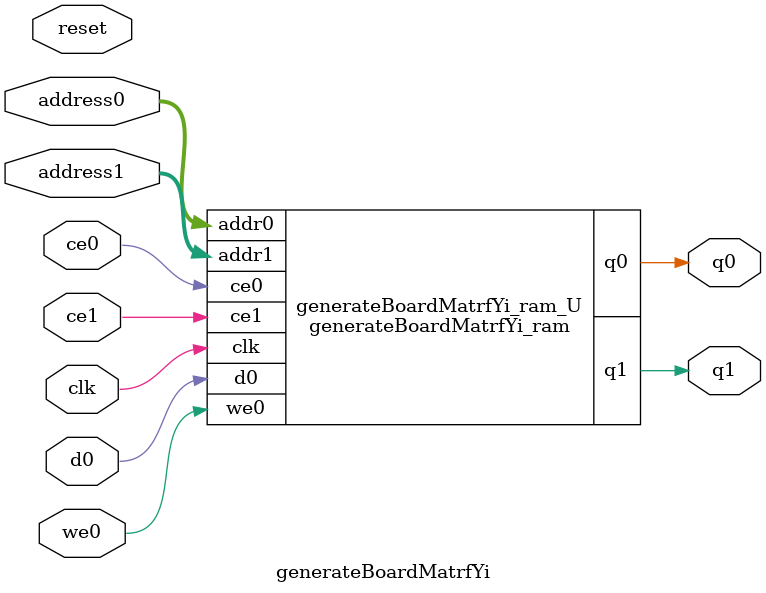
<source format=v>

`timescale 1 ns / 1 ps
module generateBoardMatrfYi_ram (addr0, ce0, d0, we0, q0, addr1, ce1, q1,  clk);

parameter DWIDTH = 1;
parameter AWIDTH = 4;
parameter MEM_SIZE = 10;

input[AWIDTH-1:0] addr0;
input ce0;
input[DWIDTH-1:0] d0;
input we0;
output reg[DWIDTH-1:0] q0;
input[AWIDTH-1:0] addr1;
input ce1;
output reg[DWIDTH-1:0] q1;
input clk;

(* ram_style = "distributed" *)reg [DWIDTH-1:0] ram[0:MEM_SIZE-1];




always @(posedge clk)  
begin 
    if (ce0) 
    begin
        if (we0) 
        begin 
            ram[addr0] <= d0; 
            q0 <= d0;
        end 
        else 
            q0 <= ram[addr0];
    end
end


always @(posedge clk)  
begin 
    if (ce1) 
    begin
            q1 <= ram[addr1];
    end
end


endmodule


`timescale 1 ns / 1 ps
module generateBoardMatrfYi(
    reset,
    clk,
    address0,
    ce0,
    we0,
    d0,
    q0,
    address1,
    ce1,
    q1);

parameter DataWidth = 32'd1;
parameter AddressRange = 32'd10;
parameter AddressWidth = 32'd4;
input reset;
input clk;
input[AddressWidth - 1:0] address0;
input ce0;
input we0;
input[DataWidth - 1:0] d0;
output[DataWidth - 1:0] q0;
input[AddressWidth - 1:0] address1;
input ce1;
output[DataWidth - 1:0] q1;



generateBoardMatrfYi_ram generateBoardMatrfYi_ram_U(
    .clk( clk ),
    .addr0( address0 ),
    .ce0( ce0 ),
    .d0( d0 ),
    .we0( we0 ),
    .q0( q0 ),
    .addr1( address1 ),
    .ce1( ce1 ),
    .q1( q1 ));

endmodule


</source>
